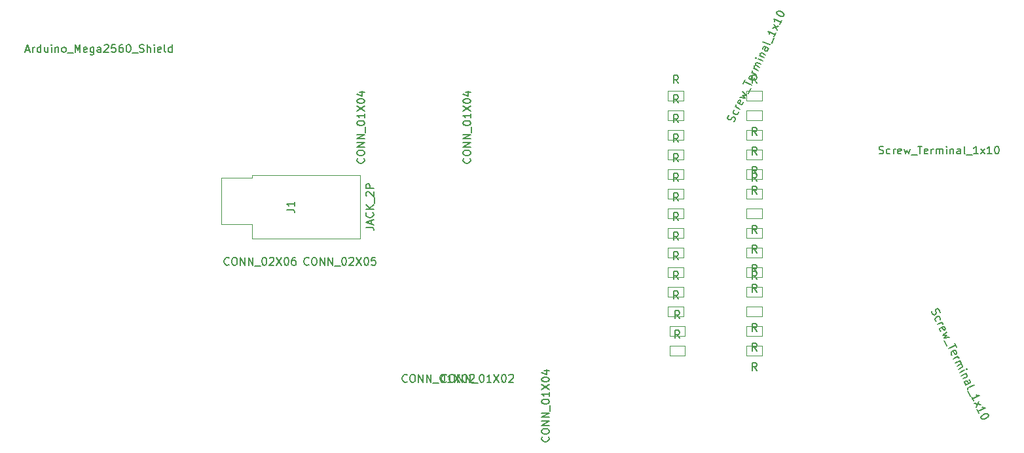
<source format=gbr>
G04 #@! TF.GenerationSoftware,KiCad,Pcbnew,5.0.0-rc2*
G04 #@! TF.CreationDate,2018-11-23T00:10:12-05:00*
G04 #@! TF.ProjectId,ZMHW_Map,5A4D48575F4D61702E6B696361645F70,rev?*
G04 #@! TF.SameCoordinates,Original*
G04 #@! TF.FileFunction,Other,Fab,Top*
%FSLAX46Y46*%
G04 Gerber Fmt 4.6, Leading zero omitted, Abs format (unit mm)*
G04 Created by KiCad (PCBNEW 5.0.0-rc2) date Fri Nov 23 00:10:12 2018*
%MOMM*%
%LPD*%
G01*
G04 APERTURE LIST*
%ADD10C,0.100000*%
%ADD11C,0.150000*%
G04 APERTURE END LIST*
D10*
G04 #@! TO.C,R1*
X208264000Y-34427000D02*
X208264000Y-35677000D01*
X206264000Y-34427000D02*
X208264000Y-34427000D01*
X206264000Y-35677000D02*
X206264000Y-34427000D01*
X208264000Y-35677000D02*
X206264000Y-35677000D01*
G04 #@! TO.C,R2*
X218424000Y-35677000D02*
X216424000Y-35677000D01*
X216424000Y-35677000D02*
X216424000Y-34427000D01*
X216424000Y-34427000D02*
X218424000Y-34427000D01*
X218424000Y-34427000D02*
X218424000Y-35677000D01*
G04 #@! TO.C,R3*
X208264000Y-36967000D02*
X208264000Y-38217000D01*
X206264000Y-36967000D02*
X208264000Y-36967000D01*
X206264000Y-38217000D02*
X206264000Y-36967000D01*
X208264000Y-38217000D02*
X206264000Y-38217000D01*
G04 #@! TO.C,R4*
X216424000Y-36967000D02*
X218424000Y-36967000D01*
X218424000Y-36967000D02*
X218424000Y-38217000D01*
X218424000Y-38217000D02*
X216424000Y-38217000D01*
X216424000Y-38217000D02*
X216424000Y-36967000D01*
G04 #@! TO.C,R5*
X208264000Y-39507000D02*
X208264000Y-40757000D01*
X206264000Y-39507000D02*
X208264000Y-39507000D01*
X206264000Y-40757000D02*
X206264000Y-39507000D01*
X208264000Y-40757000D02*
X206264000Y-40757000D01*
G04 #@! TO.C,R6*
X216424000Y-39507000D02*
X218424000Y-39507000D01*
X218424000Y-39507000D02*
X218424000Y-40757000D01*
X218424000Y-40757000D02*
X216424000Y-40757000D01*
X216424000Y-40757000D02*
X216424000Y-39507000D01*
G04 #@! TO.C,R7*
X208264000Y-42047000D02*
X208264000Y-43297000D01*
X206264000Y-42047000D02*
X208264000Y-42047000D01*
X206264000Y-43297000D02*
X206264000Y-42047000D01*
X208264000Y-43297000D02*
X206264000Y-43297000D01*
G04 #@! TO.C,R8*
X216424000Y-42047000D02*
X218424000Y-42047000D01*
X218424000Y-42047000D02*
X218424000Y-43297000D01*
X218424000Y-43297000D02*
X216424000Y-43297000D01*
X216424000Y-43297000D02*
X216424000Y-42047000D01*
G04 #@! TO.C,R9*
X208264000Y-44587000D02*
X208264000Y-45837000D01*
X206264000Y-44587000D02*
X208264000Y-44587000D01*
X206264000Y-45837000D02*
X206264000Y-44587000D01*
X208264000Y-45837000D02*
X206264000Y-45837000D01*
G04 #@! TO.C,R10*
X216424000Y-45837000D02*
X216424000Y-44587000D01*
X218424000Y-45837000D02*
X216424000Y-45837000D01*
X218424000Y-44587000D02*
X218424000Y-45837000D01*
X216424000Y-44587000D02*
X218424000Y-44587000D01*
G04 #@! TO.C,R11*
X208264000Y-47127000D02*
X208264000Y-48377000D01*
X206264000Y-47127000D02*
X208264000Y-47127000D01*
X206264000Y-48377000D02*
X206264000Y-47127000D01*
X208264000Y-48377000D02*
X206264000Y-48377000D01*
G04 #@! TO.C,R12*
X218424000Y-48377000D02*
X216424000Y-48377000D01*
X216424000Y-48377000D02*
X216424000Y-47127000D01*
X216424000Y-47127000D02*
X218424000Y-47127000D01*
X218424000Y-47127000D02*
X218424000Y-48377000D01*
G04 #@! TO.C,R13*
X208264000Y-49667000D02*
X208264000Y-50917000D01*
X206264000Y-49667000D02*
X208264000Y-49667000D01*
X206264000Y-50917000D02*
X206264000Y-49667000D01*
X208264000Y-50917000D02*
X206264000Y-50917000D01*
G04 #@! TO.C,R14*
X216424000Y-49667000D02*
X218424000Y-49667000D01*
X218424000Y-49667000D02*
X218424000Y-50917000D01*
X218424000Y-50917000D02*
X216424000Y-50917000D01*
X216424000Y-50917000D02*
X216424000Y-49667000D01*
G04 #@! TO.C,R15*
X208264000Y-52207000D02*
X208264000Y-53457000D01*
X206264000Y-52207000D02*
X208264000Y-52207000D01*
X206264000Y-53457000D02*
X206264000Y-52207000D01*
X208264000Y-53457000D02*
X206264000Y-53457000D01*
G04 #@! TO.C,R16*
X216424000Y-52207000D02*
X218424000Y-52207000D01*
X218424000Y-52207000D02*
X218424000Y-53457000D01*
X218424000Y-53457000D02*
X216424000Y-53457000D01*
X216424000Y-53457000D02*
X216424000Y-52207000D01*
G04 #@! TO.C,R17*
X208264000Y-54747000D02*
X208264000Y-55997000D01*
X206264000Y-54747000D02*
X208264000Y-54747000D01*
X206264000Y-55997000D02*
X206264000Y-54747000D01*
X208264000Y-55997000D02*
X206264000Y-55997000D01*
G04 #@! TO.C,R18*
X216424000Y-54747000D02*
X218424000Y-54747000D01*
X218424000Y-54747000D02*
X218424000Y-55997000D01*
X218424000Y-55997000D02*
X216424000Y-55997000D01*
X216424000Y-55997000D02*
X216424000Y-54747000D01*
G04 #@! TO.C,R19*
X208264000Y-57287000D02*
X208264000Y-58537000D01*
X206264000Y-57287000D02*
X208264000Y-57287000D01*
X206264000Y-58537000D02*
X206264000Y-57287000D01*
X208264000Y-58537000D02*
X206264000Y-58537000D01*
G04 #@! TO.C,R20*
X216424000Y-57287000D02*
X218424000Y-57287000D01*
X218424000Y-57287000D02*
X218424000Y-58537000D01*
X218424000Y-58537000D02*
X216424000Y-58537000D01*
X216424000Y-58537000D02*
X216424000Y-57287000D01*
G04 #@! TO.C,R21*
X208264000Y-61077000D02*
X206264000Y-61077000D01*
X206264000Y-61077000D02*
X206264000Y-59827000D01*
X206264000Y-59827000D02*
X208264000Y-59827000D01*
X208264000Y-59827000D02*
X208264000Y-61077000D01*
G04 #@! TO.C,R22*
X218424000Y-59827000D02*
X218424000Y-61077000D01*
X216424000Y-59827000D02*
X218424000Y-59827000D01*
X216424000Y-61077000D02*
X216424000Y-59827000D01*
X218424000Y-61077000D02*
X216424000Y-61077000D01*
G04 #@! TO.C,R23*
X208264000Y-63617000D02*
X206264000Y-63617000D01*
X206264000Y-63617000D02*
X206264000Y-62367000D01*
X206264000Y-62367000D02*
X208264000Y-62367000D01*
X208264000Y-62367000D02*
X208264000Y-63617000D01*
G04 #@! TO.C,R24*
X216424000Y-63617000D02*
X216424000Y-62367000D01*
X218424000Y-63617000D02*
X216424000Y-63617000D01*
X218424000Y-62367000D02*
X218424000Y-63617000D01*
X216424000Y-62367000D02*
X218424000Y-62367000D01*
G04 #@! TO.C,R25*
X208438000Y-66157000D02*
X206438000Y-66157000D01*
X206438000Y-66157000D02*
X206438000Y-64907000D01*
X206438000Y-64907000D02*
X208438000Y-64907000D01*
X208438000Y-64907000D02*
X208438000Y-66157000D01*
G04 #@! TO.C,R26*
X216424000Y-64907000D02*
X218424000Y-64907000D01*
X218424000Y-64907000D02*
X218424000Y-66157000D01*
X218424000Y-66157000D02*
X216424000Y-66157000D01*
X216424000Y-66157000D02*
X216424000Y-64907000D01*
G04 #@! TO.C,R27*
X208438000Y-67447000D02*
X208438000Y-68697000D01*
X206438000Y-67447000D02*
X208438000Y-67447000D01*
X206438000Y-68697000D02*
X206438000Y-67447000D01*
X208438000Y-68697000D02*
X206438000Y-68697000D01*
G04 #@! TO.C,R28*
X216424000Y-67447000D02*
X218424000Y-67447000D01*
X218424000Y-67447000D02*
X218424000Y-68697000D01*
X218424000Y-68697000D02*
X216424000Y-68697000D01*
X216424000Y-68697000D02*
X216424000Y-67447000D01*
G04 #@! TO.C,J1*
X148470000Y-51630000D02*
X148470000Y-45630000D01*
X148470000Y-45630000D02*
X152470000Y-45630000D01*
X152470000Y-45630000D02*
X152470000Y-45330000D01*
X152470000Y-45330000D02*
X166470000Y-45330000D01*
X166470000Y-45330000D02*
X166470000Y-53530000D01*
X166470000Y-53530000D02*
X152470000Y-53530000D01*
X152470000Y-53530000D02*
X152470000Y-51630000D01*
X152470000Y-51630000D02*
X148470000Y-51630000D01*
G04 #@! TD*
G04 #@! TO.C,P7*
D11*
X149474190Y-56878642D02*
X149426571Y-56926261D01*
X149283714Y-56973880D01*
X149188476Y-56973880D01*
X149045619Y-56926261D01*
X148950380Y-56831023D01*
X148902761Y-56735785D01*
X148855142Y-56545309D01*
X148855142Y-56402452D01*
X148902761Y-56211976D01*
X148950380Y-56116738D01*
X149045619Y-56021500D01*
X149188476Y-55973880D01*
X149283714Y-55973880D01*
X149426571Y-56021500D01*
X149474190Y-56069119D01*
X150093238Y-55973880D02*
X150283714Y-55973880D01*
X150378952Y-56021500D01*
X150474190Y-56116738D01*
X150521809Y-56307214D01*
X150521809Y-56640547D01*
X150474190Y-56831023D01*
X150378952Y-56926261D01*
X150283714Y-56973880D01*
X150093238Y-56973880D01*
X149997999Y-56926261D01*
X149902761Y-56831023D01*
X149855142Y-56640547D01*
X149855142Y-56307214D01*
X149902761Y-56116738D01*
X149997999Y-56021500D01*
X150093238Y-55973880D01*
X150950380Y-56973880D02*
X150950380Y-55973880D01*
X151521809Y-56973880D01*
X151521809Y-55973880D01*
X151997999Y-56973880D02*
X151997999Y-55973880D01*
X152569428Y-56973880D01*
X152569428Y-55973880D01*
X152807523Y-57069119D02*
X153569428Y-57069119D01*
X153997999Y-55973880D02*
X154093238Y-55973880D01*
X154188476Y-56021500D01*
X154236095Y-56069119D01*
X154283714Y-56164357D01*
X154331333Y-56354833D01*
X154331333Y-56592928D01*
X154283714Y-56783404D01*
X154236095Y-56878642D01*
X154188476Y-56926261D01*
X154093238Y-56973880D01*
X153997999Y-56973880D01*
X153902761Y-56926261D01*
X153855142Y-56878642D01*
X153807523Y-56783404D01*
X153759904Y-56592928D01*
X153759904Y-56354833D01*
X153807523Y-56164357D01*
X153855142Y-56069119D01*
X153902761Y-56021500D01*
X153997999Y-55973880D01*
X154712285Y-56069119D02*
X154759904Y-56021500D01*
X154855142Y-55973880D01*
X155093238Y-55973880D01*
X155188476Y-56021500D01*
X155236095Y-56069119D01*
X155283714Y-56164357D01*
X155283714Y-56259595D01*
X155236095Y-56402452D01*
X154664666Y-56973880D01*
X155283714Y-56973880D01*
X155617047Y-55973880D02*
X156283714Y-56973880D01*
X156283714Y-55973880D02*
X155617047Y-56973880D01*
X156855142Y-55973880D02*
X156950380Y-55973880D01*
X157045619Y-56021500D01*
X157093238Y-56069119D01*
X157140857Y-56164357D01*
X157188476Y-56354833D01*
X157188476Y-56592928D01*
X157140857Y-56783404D01*
X157093238Y-56878642D01*
X157045619Y-56926261D01*
X156950380Y-56973880D01*
X156855142Y-56973880D01*
X156759904Y-56926261D01*
X156712285Y-56878642D01*
X156664666Y-56783404D01*
X156617047Y-56592928D01*
X156617047Y-56354833D01*
X156664666Y-56164357D01*
X156712285Y-56069119D01*
X156759904Y-56021500D01*
X156855142Y-55973880D01*
X158045619Y-55973880D02*
X157855142Y-55973880D01*
X157759904Y-56021500D01*
X157712285Y-56069119D01*
X157617047Y-56211976D01*
X157569428Y-56402452D01*
X157569428Y-56783404D01*
X157617047Y-56878642D01*
X157664666Y-56926261D01*
X157759904Y-56973880D01*
X157950380Y-56973880D01*
X158045619Y-56926261D01*
X158093238Y-56878642D01*
X158140857Y-56783404D01*
X158140857Y-56545309D01*
X158093238Y-56450071D01*
X158045619Y-56402452D01*
X157950380Y-56354833D01*
X157759904Y-56354833D01*
X157664666Y-56402452D01*
X157617047Y-56450071D01*
X157569428Y-56545309D01*
G04 #@! TO.C,XA1*
X123186809Y-29118166D02*
X123662999Y-29118166D01*
X123091571Y-29403880D02*
X123424904Y-28403880D01*
X123758238Y-29403880D01*
X124091571Y-29403880D02*
X124091571Y-28737214D01*
X124091571Y-28927690D02*
X124139190Y-28832452D01*
X124186809Y-28784833D01*
X124282047Y-28737214D01*
X124377285Y-28737214D01*
X125139190Y-29403880D02*
X125139190Y-28403880D01*
X125139190Y-29356261D02*
X125043952Y-29403880D01*
X124853476Y-29403880D01*
X124758238Y-29356261D01*
X124710619Y-29308642D01*
X124662999Y-29213404D01*
X124662999Y-28927690D01*
X124710619Y-28832452D01*
X124758238Y-28784833D01*
X124853476Y-28737214D01*
X125043952Y-28737214D01*
X125139190Y-28784833D01*
X126043952Y-28737214D02*
X126043952Y-29403880D01*
X125615380Y-28737214D02*
X125615380Y-29261023D01*
X125662999Y-29356261D01*
X125758238Y-29403880D01*
X125901095Y-29403880D01*
X125996333Y-29356261D01*
X126043952Y-29308642D01*
X126520142Y-29403880D02*
X126520142Y-28737214D01*
X126520142Y-28403880D02*
X126472523Y-28451500D01*
X126520142Y-28499119D01*
X126567761Y-28451500D01*
X126520142Y-28403880D01*
X126520142Y-28499119D01*
X126996333Y-28737214D02*
X126996333Y-29403880D01*
X126996333Y-28832452D02*
X127043952Y-28784833D01*
X127139190Y-28737214D01*
X127282047Y-28737214D01*
X127377285Y-28784833D01*
X127424904Y-28880071D01*
X127424904Y-29403880D01*
X128043952Y-29403880D02*
X127948714Y-29356261D01*
X127901095Y-29308642D01*
X127853476Y-29213404D01*
X127853476Y-28927690D01*
X127901095Y-28832452D01*
X127948714Y-28784833D01*
X128043952Y-28737214D01*
X128186809Y-28737214D01*
X128282047Y-28784833D01*
X128329666Y-28832452D01*
X128377285Y-28927690D01*
X128377285Y-29213404D01*
X128329666Y-29308642D01*
X128282047Y-29356261D01*
X128186809Y-29403880D01*
X128043952Y-29403880D01*
X128567761Y-29499119D02*
X129329666Y-29499119D01*
X129567761Y-29403880D02*
X129567761Y-28403880D01*
X129901095Y-29118166D01*
X130234428Y-28403880D01*
X130234428Y-29403880D01*
X131091571Y-29356261D02*
X130996333Y-29403880D01*
X130805857Y-29403880D01*
X130710619Y-29356261D01*
X130662999Y-29261023D01*
X130662999Y-28880071D01*
X130710619Y-28784833D01*
X130805857Y-28737214D01*
X130996333Y-28737214D01*
X131091571Y-28784833D01*
X131139190Y-28880071D01*
X131139190Y-28975309D01*
X130662999Y-29070547D01*
X131996333Y-28737214D02*
X131996333Y-29546738D01*
X131948714Y-29641976D01*
X131901095Y-29689595D01*
X131805857Y-29737214D01*
X131662999Y-29737214D01*
X131567761Y-29689595D01*
X131996333Y-29356261D02*
X131901095Y-29403880D01*
X131710619Y-29403880D01*
X131615380Y-29356261D01*
X131567761Y-29308642D01*
X131520142Y-29213404D01*
X131520142Y-28927690D01*
X131567761Y-28832452D01*
X131615380Y-28784833D01*
X131710619Y-28737214D01*
X131901095Y-28737214D01*
X131996333Y-28784833D01*
X132901095Y-29403880D02*
X132901095Y-28880071D01*
X132853476Y-28784833D01*
X132758238Y-28737214D01*
X132567761Y-28737214D01*
X132472523Y-28784833D01*
X132901095Y-29356261D02*
X132805857Y-29403880D01*
X132567761Y-29403880D01*
X132472523Y-29356261D01*
X132424904Y-29261023D01*
X132424904Y-29165785D01*
X132472523Y-29070547D01*
X132567761Y-29022928D01*
X132805857Y-29022928D01*
X132901095Y-28975309D01*
X133329666Y-28499119D02*
X133377285Y-28451500D01*
X133472523Y-28403880D01*
X133710619Y-28403880D01*
X133805857Y-28451500D01*
X133853476Y-28499119D01*
X133901095Y-28594357D01*
X133901095Y-28689595D01*
X133853476Y-28832452D01*
X133282047Y-29403880D01*
X133901095Y-29403880D01*
X134805857Y-28403880D02*
X134329666Y-28403880D01*
X134282047Y-28880071D01*
X134329666Y-28832452D01*
X134424904Y-28784833D01*
X134662999Y-28784833D01*
X134758238Y-28832452D01*
X134805857Y-28880071D01*
X134853476Y-28975309D01*
X134853476Y-29213404D01*
X134805857Y-29308642D01*
X134758238Y-29356261D01*
X134662999Y-29403880D01*
X134424904Y-29403880D01*
X134329666Y-29356261D01*
X134282047Y-29308642D01*
X135710619Y-28403880D02*
X135520142Y-28403880D01*
X135424904Y-28451500D01*
X135377285Y-28499119D01*
X135282047Y-28641976D01*
X135234428Y-28832452D01*
X135234428Y-29213404D01*
X135282047Y-29308642D01*
X135329666Y-29356261D01*
X135424904Y-29403880D01*
X135615380Y-29403880D01*
X135710619Y-29356261D01*
X135758238Y-29308642D01*
X135805857Y-29213404D01*
X135805857Y-28975309D01*
X135758238Y-28880071D01*
X135710619Y-28832452D01*
X135615380Y-28784833D01*
X135424904Y-28784833D01*
X135329666Y-28832452D01*
X135282047Y-28880071D01*
X135234428Y-28975309D01*
X136424904Y-28403880D02*
X136520142Y-28403880D01*
X136615380Y-28451500D01*
X136662999Y-28499119D01*
X136710619Y-28594357D01*
X136758238Y-28784833D01*
X136758238Y-29022928D01*
X136710619Y-29213404D01*
X136662999Y-29308642D01*
X136615380Y-29356261D01*
X136520142Y-29403880D01*
X136424904Y-29403880D01*
X136329666Y-29356261D01*
X136282047Y-29308642D01*
X136234428Y-29213404D01*
X136186809Y-29022928D01*
X136186809Y-28784833D01*
X136234428Y-28594357D01*
X136282047Y-28499119D01*
X136329666Y-28451500D01*
X136424904Y-28403880D01*
X136948714Y-29499119D02*
X137710619Y-29499119D01*
X137901095Y-29356261D02*
X138043952Y-29403880D01*
X138282047Y-29403880D01*
X138377285Y-29356261D01*
X138424904Y-29308642D01*
X138472523Y-29213404D01*
X138472523Y-29118166D01*
X138424904Y-29022928D01*
X138377285Y-28975309D01*
X138282047Y-28927690D01*
X138091571Y-28880071D01*
X137996333Y-28832452D01*
X137948714Y-28784833D01*
X137901095Y-28689595D01*
X137901095Y-28594357D01*
X137948714Y-28499119D01*
X137996333Y-28451500D01*
X138091571Y-28403880D01*
X138329666Y-28403880D01*
X138472523Y-28451500D01*
X138901095Y-29403880D02*
X138901095Y-28403880D01*
X139329666Y-29403880D02*
X139329666Y-28880071D01*
X139282047Y-28784833D01*
X139186809Y-28737214D01*
X139043952Y-28737214D01*
X138948714Y-28784833D01*
X138901095Y-28832452D01*
X139805857Y-29403880D02*
X139805857Y-28737214D01*
X139805857Y-28403880D02*
X139758238Y-28451500D01*
X139805857Y-28499119D01*
X139853476Y-28451500D01*
X139805857Y-28403880D01*
X139805857Y-28499119D01*
X140662999Y-29356261D02*
X140567761Y-29403880D01*
X140377285Y-29403880D01*
X140282047Y-29356261D01*
X140234428Y-29261023D01*
X140234428Y-28880071D01*
X140282047Y-28784833D01*
X140377285Y-28737214D01*
X140567761Y-28737214D01*
X140662999Y-28784833D01*
X140710619Y-28880071D01*
X140710619Y-28975309D01*
X140234428Y-29070547D01*
X141282047Y-29403880D02*
X141186809Y-29356261D01*
X141139190Y-29261023D01*
X141139190Y-28403880D01*
X142091571Y-29403880D02*
X142091571Y-28403880D01*
X142091571Y-29356261D02*
X141996333Y-29403880D01*
X141805857Y-29403880D01*
X141710619Y-29356261D01*
X141662999Y-29308642D01*
X141615380Y-29213404D01*
X141615380Y-28927690D01*
X141662999Y-28832452D01*
X141710619Y-28784833D01*
X141805857Y-28737214D01*
X141996333Y-28737214D01*
X142091571Y-28784833D01*
G04 #@! TO.C,J2*
X214748962Y-38407617D02*
X214852493Y-38298269D01*
X214953117Y-38082482D01*
X214950208Y-37976042D01*
X214927176Y-37912760D01*
X214860985Y-37829353D01*
X214774670Y-37789103D01*
X214668231Y-37792012D01*
X214604948Y-37815044D01*
X214521541Y-37881235D01*
X214397885Y-38033740D01*
X214314478Y-38099931D01*
X214251196Y-38122963D01*
X214144756Y-38125871D01*
X214058441Y-38085622D01*
X213992251Y-38002215D01*
X213969218Y-37938933D01*
X213966310Y-37832493D01*
X214066934Y-37616706D01*
X214170465Y-37507358D01*
X215352702Y-37112892D02*
X215355610Y-37219331D01*
X215275111Y-37391961D01*
X215191705Y-37458152D01*
X215128422Y-37481185D01*
X215021983Y-37484093D01*
X214763038Y-37363345D01*
X214696847Y-37279938D01*
X214673814Y-37216656D01*
X214670906Y-37110216D01*
X214751405Y-36937586D01*
X214834812Y-36871395D01*
X215576982Y-36744599D02*
X214972776Y-36462853D01*
X215145407Y-36543352D02*
X215079216Y-36459945D01*
X215056183Y-36396663D01*
X215053275Y-36290223D01*
X215093525Y-36203908D01*
X215956442Y-35818166D02*
X215959351Y-35924606D01*
X215878852Y-36097236D01*
X215795445Y-36163426D01*
X215689005Y-36166334D01*
X215343745Y-36005337D01*
X215277555Y-35921930D01*
X215274647Y-35815490D01*
X215355145Y-35642860D01*
X215438552Y-35576670D01*
X215544992Y-35573762D01*
X215631307Y-35614011D01*
X215516375Y-36085836D01*
X215556392Y-35211285D02*
X216241096Y-35320401D01*
X215890020Y-34946524D01*
X216402094Y-34975141D01*
X215878387Y-34520765D01*
X216629281Y-34713287D02*
X216951276Y-34022767D01*
X215998903Y-33473584D02*
X216240399Y-32955694D01*
X217025959Y-33637258D02*
X216119651Y-33214639D01*
X217405419Y-32710825D02*
X217408327Y-32817265D01*
X217327829Y-32989895D01*
X217244422Y-33056085D01*
X217137982Y-33058993D01*
X216792722Y-32897996D01*
X216726532Y-32814589D01*
X216723624Y-32708149D01*
X216804122Y-32535519D01*
X216887529Y-32469329D01*
X216993969Y-32466421D01*
X217080284Y-32506670D01*
X216965352Y-32978495D01*
X217649824Y-32299375D02*
X217045618Y-32017629D01*
X217218248Y-32098128D02*
X217152058Y-32014721D01*
X217129025Y-31951439D01*
X217126117Y-31844999D01*
X217166367Y-31758684D01*
X217911444Y-31738327D02*
X217307239Y-31456582D01*
X217393554Y-31496831D02*
X217370521Y-31433549D01*
X217367613Y-31327109D01*
X217427987Y-31197636D01*
X217511394Y-31131446D01*
X217617834Y-31128538D01*
X218092567Y-31349909D01*
X217617834Y-31128538D02*
X217551644Y-31045131D01*
X217548735Y-30938691D01*
X217609109Y-30809219D01*
X217692516Y-30743029D01*
X217798956Y-30740120D01*
X218273689Y-30961492D01*
X218474935Y-30529917D02*
X217870730Y-30248171D01*
X217568628Y-30107298D02*
X217591661Y-30170581D01*
X217654943Y-30147548D01*
X217631910Y-30084266D01*
X217568628Y-30107298D01*
X217654943Y-30147548D01*
X218071977Y-29816596D02*
X218676182Y-30098342D01*
X218158292Y-29856845D02*
X218135259Y-29793563D01*
X218132351Y-29687123D01*
X218192725Y-29557651D01*
X218276132Y-29491461D01*
X218382572Y-29488552D01*
X218857304Y-29709924D01*
X219239673Y-28889931D02*
X218764941Y-28668560D01*
X218658501Y-28671468D01*
X218575094Y-28737658D01*
X218494595Y-28910288D01*
X218497503Y-29016728D01*
X219196516Y-28869806D02*
X219199424Y-28976246D01*
X219098801Y-29192034D01*
X219015394Y-29258224D01*
X218908954Y-29261132D01*
X218822639Y-29220883D01*
X218756449Y-29137476D01*
X218753540Y-29031036D01*
X218854164Y-28815249D01*
X218851256Y-28708809D01*
X219501294Y-28328883D02*
X219417887Y-28395074D01*
X219311448Y-28397982D01*
X218534612Y-28035738D01*
X219647983Y-28239660D02*
X219969978Y-27549140D01*
X220205658Y-26818371D02*
X219964162Y-27336261D01*
X220084910Y-27077316D02*
X219178602Y-26654697D01*
X219267825Y-26801386D01*
X219313891Y-26927951D01*
X219316799Y-27034390D01*
X220346531Y-26516268D02*
X219963697Y-25759790D01*
X219742325Y-26234522D02*
X220567902Y-26041535D01*
X220950271Y-25221542D02*
X220708775Y-25739433D01*
X220829523Y-25480488D02*
X219923215Y-25057869D01*
X220012438Y-25204558D01*
X220058504Y-25331123D01*
X220061412Y-25437562D01*
X220305584Y-24237877D02*
X220345833Y-24151562D01*
X220429240Y-24085371D01*
X220492522Y-24062338D01*
X220598962Y-24059430D01*
X220791717Y-24096771D01*
X221007504Y-24197395D01*
X221160010Y-24321051D01*
X221226200Y-24404458D01*
X221249233Y-24467740D01*
X221252141Y-24574180D01*
X221211892Y-24660495D01*
X221128485Y-24726685D01*
X221065203Y-24749718D01*
X220958763Y-24752626D01*
X220766008Y-24715285D01*
X220550221Y-24614662D01*
X220397715Y-24491005D01*
X220331525Y-24407598D01*
X220308492Y-24344316D01*
X220305584Y-24237877D01*
G04 #@! TO.C,J3*
X233538095Y-42516761D02*
X233680952Y-42564380D01*
X233919047Y-42564380D01*
X234014285Y-42516761D01*
X234061904Y-42469142D01*
X234109523Y-42373904D01*
X234109523Y-42278666D01*
X234061904Y-42183428D01*
X234014285Y-42135809D01*
X233919047Y-42088190D01*
X233728571Y-42040571D01*
X233633333Y-41992952D01*
X233585714Y-41945333D01*
X233538095Y-41850095D01*
X233538095Y-41754857D01*
X233585714Y-41659619D01*
X233633333Y-41612000D01*
X233728571Y-41564380D01*
X233966666Y-41564380D01*
X234109523Y-41612000D01*
X234966666Y-42516761D02*
X234871428Y-42564380D01*
X234680952Y-42564380D01*
X234585714Y-42516761D01*
X234538095Y-42469142D01*
X234490476Y-42373904D01*
X234490476Y-42088190D01*
X234538095Y-41992952D01*
X234585714Y-41945333D01*
X234680952Y-41897714D01*
X234871428Y-41897714D01*
X234966666Y-41945333D01*
X235395238Y-42564380D02*
X235395238Y-41897714D01*
X235395238Y-42088190D02*
X235442857Y-41992952D01*
X235490476Y-41945333D01*
X235585714Y-41897714D01*
X235680952Y-41897714D01*
X236395238Y-42516761D02*
X236299999Y-42564380D01*
X236109523Y-42564380D01*
X236014285Y-42516761D01*
X235966666Y-42421523D01*
X235966666Y-42040571D01*
X236014285Y-41945333D01*
X236109523Y-41897714D01*
X236299999Y-41897714D01*
X236395238Y-41945333D01*
X236442857Y-42040571D01*
X236442857Y-42135809D01*
X235966666Y-42231047D01*
X236776190Y-41897714D02*
X236966666Y-42564380D01*
X237157142Y-42088190D01*
X237347619Y-42564380D01*
X237538095Y-41897714D01*
X237680952Y-42659619D02*
X238442857Y-42659619D01*
X238538095Y-41564380D02*
X239109523Y-41564380D01*
X238823809Y-42564380D02*
X238823809Y-41564380D01*
X239823809Y-42516761D02*
X239728571Y-42564380D01*
X239538095Y-42564380D01*
X239442857Y-42516761D01*
X239395238Y-42421523D01*
X239395238Y-42040571D01*
X239442857Y-41945333D01*
X239538095Y-41897714D01*
X239728571Y-41897714D01*
X239823809Y-41945333D01*
X239871428Y-42040571D01*
X239871428Y-42135809D01*
X239395238Y-42231047D01*
X240299999Y-42564380D02*
X240299999Y-41897714D01*
X240299999Y-42088190D02*
X240347619Y-41992952D01*
X240395238Y-41945333D01*
X240490476Y-41897714D01*
X240585714Y-41897714D01*
X240919047Y-42564380D02*
X240919047Y-41897714D01*
X240919047Y-41992952D02*
X240966666Y-41945333D01*
X241061904Y-41897714D01*
X241204761Y-41897714D01*
X241299999Y-41945333D01*
X241347619Y-42040571D01*
X241347619Y-42564380D01*
X241347619Y-42040571D02*
X241395238Y-41945333D01*
X241490476Y-41897714D01*
X241633333Y-41897714D01*
X241728571Y-41945333D01*
X241776190Y-42040571D01*
X241776190Y-42564380D01*
X242252380Y-42564380D02*
X242252380Y-41897714D01*
X242252380Y-41564380D02*
X242204761Y-41612000D01*
X242252380Y-41659619D01*
X242299999Y-41612000D01*
X242252380Y-41564380D01*
X242252380Y-41659619D01*
X242728571Y-41897714D02*
X242728571Y-42564380D01*
X242728571Y-41992952D02*
X242776190Y-41945333D01*
X242871428Y-41897714D01*
X243014285Y-41897714D01*
X243109523Y-41945333D01*
X243157142Y-42040571D01*
X243157142Y-42564380D01*
X244061904Y-42564380D02*
X244061904Y-42040571D01*
X244014285Y-41945333D01*
X243919047Y-41897714D01*
X243728571Y-41897714D01*
X243633333Y-41945333D01*
X244061904Y-42516761D02*
X243966666Y-42564380D01*
X243728571Y-42564380D01*
X243633333Y-42516761D01*
X243585714Y-42421523D01*
X243585714Y-42326285D01*
X243633333Y-42231047D01*
X243728571Y-42183428D01*
X243966666Y-42183428D01*
X244061904Y-42135809D01*
X244680952Y-42564380D02*
X244585714Y-42516761D01*
X244538095Y-42421523D01*
X244538095Y-41564380D01*
X244823809Y-42659619D02*
X245585714Y-42659619D01*
X246347619Y-42564380D02*
X245776190Y-42564380D01*
X246061904Y-42564380D02*
X246061904Y-41564380D01*
X245966666Y-41707238D01*
X245871428Y-41802476D01*
X245776190Y-41850095D01*
X246680952Y-42564380D02*
X247204761Y-41897714D01*
X246680952Y-41897714D02*
X247204761Y-42564380D01*
X248109523Y-42564380D02*
X247538095Y-42564380D01*
X247823809Y-42564380D02*
X247823809Y-41564380D01*
X247728571Y-41707238D01*
X247633333Y-41802476D01*
X247538095Y-41850095D01*
X248728571Y-41564380D02*
X248823809Y-41564380D01*
X248919047Y-41612000D01*
X248966666Y-41659619D01*
X249014285Y-41754857D01*
X249061904Y-41945333D01*
X249061904Y-42183428D01*
X249014285Y-42373904D01*
X248966666Y-42469142D01*
X248919047Y-42516761D01*
X248823809Y-42564380D01*
X248728571Y-42564380D01*
X248633333Y-42516761D01*
X248585714Y-42469142D01*
X248538095Y-42373904D01*
X248490476Y-42183428D01*
X248490476Y-41945333D01*
X248538095Y-41754857D01*
X248585714Y-41659619D01*
X248633333Y-41612000D01*
X248728571Y-41564380D01*
G04 #@! TO.C,J4*
X240352392Y-62937168D02*
X240369608Y-63086765D01*
X240470232Y-63302552D01*
X240553639Y-63368743D01*
X240616921Y-63391776D01*
X240723361Y-63394684D01*
X240809676Y-63354434D01*
X240875866Y-63271027D01*
X240898899Y-63207745D01*
X240901807Y-63101306D01*
X240864466Y-62908551D01*
X240867374Y-62802111D01*
X240890407Y-62738829D01*
X240956597Y-62655422D01*
X241042912Y-62615173D01*
X241149352Y-62618081D01*
X241212634Y-62641114D01*
X241296041Y-62707304D01*
X241396664Y-62923092D01*
X241413881Y-63072689D01*
X240956132Y-64231893D02*
X240872725Y-64165703D01*
X240792227Y-63993073D01*
X240795135Y-63886633D01*
X240818168Y-63823351D01*
X240884358Y-63739944D01*
X241143303Y-63619196D01*
X241249743Y-63622104D01*
X241313025Y-63645137D01*
X241396432Y-63711327D01*
X241476931Y-63883957D01*
X241474022Y-63990397D01*
X241094097Y-64640435D02*
X241698302Y-64358690D01*
X241525672Y-64439188D02*
X241632112Y-64442097D01*
X241695394Y-64465129D01*
X241778801Y-64531320D01*
X241819050Y-64617635D01*
X241559873Y-65526618D02*
X241476466Y-65460428D01*
X241395967Y-65287798D01*
X241398875Y-65181358D01*
X241465066Y-65097951D01*
X241810326Y-64936954D01*
X241916765Y-64939862D01*
X242000172Y-65006052D01*
X242080671Y-65178683D01*
X242077763Y-65285122D01*
X242011572Y-65368529D01*
X241925257Y-65408778D01*
X241637696Y-65017453D01*
X242281918Y-65610258D02*
X241758211Y-66064633D01*
X242270285Y-66036016D01*
X241919209Y-66409893D01*
X242603913Y-66300778D01*
X241973766Y-66752245D02*
X242295761Y-67442765D01*
X243328634Y-67066213D02*
X243570130Y-67584103D01*
X242543074Y-67747776D02*
X243449382Y-67325158D01*
X243008850Y-68633959D02*
X242925443Y-68567769D01*
X242844944Y-68395139D01*
X242847852Y-68288699D01*
X242914042Y-68205292D01*
X243259303Y-68044295D01*
X243365742Y-68047203D01*
X243449149Y-68113393D01*
X243529648Y-68286023D01*
X243526740Y-68392463D01*
X243460549Y-68475870D01*
X243374234Y-68516119D01*
X243086673Y-68124794D01*
X243166939Y-69085659D02*
X243771144Y-68803914D01*
X243598514Y-68884412D02*
X243704954Y-68887321D01*
X243768236Y-68910353D01*
X243851643Y-68976544D01*
X243891892Y-69062859D01*
X243428560Y-69646707D02*
X244032765Y-69364961D01*
X243946450Y-69405211D02*
X244009732Y-69428244D01*
X244093139Y-69494434D01*
X244153513Y-69623906D01*
X244150605Y-69730346D01*
X244084414Y-69813753D01*
X243609682Y-70035124D01*
X244084414Y-69813753D02*
X244190854Y-69816661D01*
X244274261Y-69882851D01*
X244334635Y-70012324D01*
X244331727Y-70118764D01*
X244265537Y-70202171D01*
X243790804Y-70423542D01*
X243992051Y-70855117D02*
X244596256Y-70573372D01*
X244898358Y-70432499D02*
X244835076Y-70409466D01*
X244812043Y-70472748D01*
X244875326Y-70495781D01*
X244898358Y-70432499D01*
X244812043Y-70472748D01*
X244797503Y-71004947D02*
X244193297Y-71286692D01*
X244711188Y-71045196D02*
X244774470Y-71068229D01*
X244857877Y-71134419D01*
X244918251Y-71263892D01*
X244915343Y-71370332D01*
X244849152Y-71453739D01*
X244374420Y-71675110D01*
X244756789Y-72495103D02*
X245231521Y-72273731D01*
X245297712Y-72190324D01*
X245300620Y-72083885D01*
X245220121Y-71911255D01*
X245136714Y-71845064D01*
X244799946Y-72474978D02*
X244716539Y-72408788D01*
X244615916Y-72193000D01*
X244618824Y-72086560D01*
X244685014Y-72003154D01*
X244771329Y-71962904D01*
X244877769Y-71965812D01*
X244961176Y-72032003D01*
X245061799Y-72247790D01*
X245145206Y-72313981D01*
X245018409Y-73056150D02*
X245021317Y-72949711D01*
X245087508Y-72866304D01*
X245864343Y-72504060D01*
X244992468Y-73225872D02*
X245314463Y-73916393D01*
X245722773Y-74566663D02*
X245481277Y-74048773D01*
X245602025Y-74307718D02*
X246508333Y-73885100D01*
X246338611Y-73859159D01*
X246212047Y-73813093D01*
X246128640Y-73746903D01*
X245863646Y-74868766D02*
X246689223Y-75061753D01*
X246467851Y-74587020D02*
X246085017Y-75343499D01*
X246467386Y-76163491D02*
X246225890Y-75645601D01*
X246346638Y-75904546D02*
X247252946Y-75481928D01*
X247083224Y-75455987D01*
X246956660Y-75409921D01*
X246873253Y-75343731D01*
X247635315Y-76301921D02*
X247675564Y-76388236D01*
X247672656Y-76494676D01*
X247649623Y-76557958D01*
X247583433Y-76641365D01*
X247430927Y-76765021D01*
X247215140Y-76865644D01*
X247022385Y-76902985D01*
X246915945Y-76900077D01*
X246852663Y-76877044D01*
X246769256Y-76810854D01*
X246729007Y-76724539D01*
X246731915Y-76618099D01*
X246754948Y-76554817D01*
X246821138Y-76471410D01*
X246973644Y-76347754D01*
X247189431Y-76247131D01*
X247382186Y-76209789D01*
X247488626Y-76212698D01*
X247551908Y-76235730D01*
X247635315Y-76301921D01*
G04 #@! TO.C,P1*
X180645142Y-43139809D02*
X180692761Y-43187428D01*
X180740380Y-43330285D01*
X180740380Y-43425523D01*
X180692761Y-43568380D01*
X180597523Y-43663619D01*
X180502285Y-43711238D01*
X180311809Y-43758857D01*
X180168952Y-43758857D01*
X179978476Y-43711238D01*
X179883238Y-43663619D01*
X179787999Y-43568380D01*
X179740380Y-43425523D01*
X179740380Y-43330285D01*
X179787999Y-43187428D01*
X179835619Y-43139809D01*
X179740380Y-42520761D02*
X179740380Y-42330285D01*
X179787999Y-42235047D01*
X179883238Y-42139809D01*
X180073714Y-42092190D01*
X180407047Y-42092190D01*
X180597523Y-42139809D01*
X180692761Y-42235047D01*
X180740380Y-42330285D01*
X180740380Y-42520761D01*
X180692761Y-42616000D01*
X180597523Y-42711238D01*
X180407047Y-42758857D01*
X180073714Y-42758857D01*
X179883238Y-42711238D01*
X179787999Y-42616000D01*
X179740380Y-42520761D01*
X180740380Y-41663619D02*
X179740380Y-41663619D01*
X180740380Y-41092190D01*
X179740380Y-41092190D01*
X180740380Y-40616000D02*
X179740380Y-40616000D01*
X180740380Y-40044571D01*
X179740380Y-40044571D01*
X180835619Y-39806476D02*
X180835619Y-39044571D01*
X179740380Y-38616000D02*
X179740380Y-38520761D01*
X179788000Y-38425523D01*
X179835619Y-38377904D01*
X179930857Y-38330285D01*
X180121333Y-38282666D01*
X180359428Y-38282666D01*
X180549904Y-38330285D01*
X180645142Y-38377904D01*
X180692761Y-38425523D01*
X180740380Y-38520761D01*
X180740380Y-38616000D01*
X180692761Y-38711238D01*
X180645142Y-38758857D01*
X180549904Y-38806476D01*
X180359428Y-38854095D01*
X180121333Y-38854095D01*
X179930857Y-38806476D01*
X179835619Y-38758857D01*
X179788000Y-38711238D01*
X179740380Y-38616000D01*
X180740380Y-37330285D02*
X180740380Y-37901714D01*
X180740380Y-37616000D02*
X179740380Y-37616000D01*
X179883238Y-37711238D01*
X179978476Y-37806476D01*
X180026095Y-37901714D01*
X179740380Y-36996952D02*
X180740380Y-36330285D01*
X179740380Y-36330285D02*
X180740380Y-36996952D01*
X179740380Y-35758857D02*
X179740380Y-35663619D01*
X179788000Y-35568380D01*
X179835619Y-35520761D01*
X179930857Y-35473142D01*
X180121333Y-35425523D01*
X180359428Y-35425523D01*
X180549904Y-35473142D01*
X180645142Y-35520761D01*
X180692761Y-35568380D01*
X180740380Y-35663619D01*
X180740380Y-35758857D01*
X180692761Y-35854095D01*
X180645142Y-35901714D01*
X180549904Y-35949333D01*
X180359428Y-35996952D01*
X180121333Y-35996952D01*
X179930857Y-35949333D01*
X179835619Y-35901714D01*
X179788000Y-35854095D01*
X179740380Y-35758857D01*
X180073714Y-34568380D02*
X180740380Y-34568380D01*
X179692761Y-34806476D02*
X180407047Y-35044571D01*
X180407047Y-34425523D01*
G04 #@! TO.C,P2*
X190805142Y-79207809D02*
X190852761Y-79255428D01*
X190900380Y-79398285D01*
X190900380Y-79493523D01*
X190852761Y-79636380D01*
X190757523Y-79731619D01*
X190662285Y-79779238D01*
X190471809Y-79826857D01*
X190328952Y-79826857D01*
X190138476Y-79779238D01*
X190043238Y-79731619D01*
X189947999Y-79636380D01*
X189900380Y-79493523D01*
X189900380Y-79398285D01*
X189947999Y-79255428D01*
X189995619Y-79207809D01*
X189900380Y-78588761D02*
X189900380Y-78398285D01*
X189947999Y-78303047D01*
X190043238Y-78207809D01*
X190233714Y-78160190D01*
X190567047Y-78160190D01*
X190757523Y-78207809D01*
X190852761Y-78303047D01*
X190900380Y-78398285D01*
X190900380Y-78588761D01*
X190852761Y-78684000D01*
X190757523Y-78779238D01*
X190567047Y-78826857D01*
X190233714Y-78826857D01*
X190043238Y-78779238D01*
X189947999Y-78684000D01*
X189900380Y-78588761D01*
X190900380Y-77731619D02*
X189900380Y-77731619D01*
X190900380Y-77160190D01*
X189900380Y-77160190D01*
X190900380Y-76684000D02*
X189900380Y-76684000D01*
X190900380Y-76112571D01*
X189900380Y-76112571D01*
X190995619Y-75874476D02*
X190995619Y-75112571D01*
X189900380Y-74684000D02*
X189900380Y-74588761D01*
X189948000Y-74493523D01*
X189995619Y-74445904D01*
X190090857Y-74398285D01*
X190281333Y-74350666D01*
X190519428Y-74350666D01*
X190709904Y-74398285D01*
X190805142Y-74445904D01*
X190852761Y-74493523D01*
X190900380Y-74588761D01*
X190900380Y-74684000D01*
X190852761Y-74779238D01*
X190805142Y-74826857D01*
X190709904Y-74874476D01*
X190519428Y-74922095D01*
X190281333Y-74922095D01*
X190090857Y-74874476D01*
X189995619Y-74826857D01*
X189948000Y-74779238D01*
X189900380Y-74684000D01*
X190900380Y-73398285D02*
X190900380Y-73969714D01*
X190900380Y-73684000D02*
X189900380Y-73684000D01*
X190043238Y-73779238D01*
X190138476Y-73874476D01*
X190186095Y-73969714D01*
X189900380Y-73064952D02*
X190900380Y-72398285D01*
X189900380Y-72398285D02*
X190900380Y-73064952D01*
X189900380Y-71826857D02*
X189900380Y-71731619D01*
X189948000Y-71636380D01*
X189995619Y-71588761D01*
X190090857Y-71541142D01*
X190281333Y-71493523D01*
X190519428Y-71493523D01*
X190709904Y-71541142D01*
X190805142Y-71588761D01*
X190852761Y-71636380D01*
X190900380Y-71731619D01*
X190900380Y-71826857D01*
X190852761Y-71922095D01*
X190805142Y-71969714D01*
X190709904Y-72017333D01*
X190519428Y-72064952D01*
X190281333Y-72064952D01*
X190090857Y-72017333D01*
X189995619Y-71969714D01*
X189948000Y-71922095D01*
X189900380Y-71826857D01*
X190233714Y-70636380D02*
X190900380Y-70636380D01*
X189852761Y-70874476D02*
X190567047Y-71112571D01*
X190567047Y-70493523D01*
G04 #@! TO.C,P3*
X166929142Y-43139809D02*
X166976761Y-43187428D01*
X167024380Y-43330285D01*
X167024380Y-43425523D01*
X166976761Y-43568380D01*
X166881523Y-43663619D01*
X166786285Y-43711238D01*
X166595809Y-43758857D01*
X166452952Y-43758857D01*
X166262476Y-43711238D01*
X166167238Y-43663619D01*
X166071999Y-43568380D01*
X166024380Y-43425523D01*
X166024380Y-43330285D01*
X166071999Y-43187428D01*
X166119619Y-43139809D01*
X166024380Y-42520761D02*
X166024380Y-42330285D01*
X166071999Y-42235047D01*
X166167238Y-42139809D01*
X166357714Y-42092190D01*
X166691047Y-42092190D01*
X166881523Y-42139809D01*
X166976761Y-42235047D01*
X167024380Y-42330285D01*
X167024380Y-42520761D01*
X166976761Y-42616000D01*
X166881523Y-42711238D01*
X166691047Y-42758857D01*
X166357714Y-42758857D01*
X166167238Y-42711238D01*
X166071999Y-42616000D01*
X166024380Y-42520761D01*
X167024380Y-41663619D02*
X166024380Y-41663619D01*
X167024380Y-41092190D01*
X166024380Y-41092190D01*
X167024380Y-40616000D02*
X166024380Y-40616000D01*
X167024380Y-40044571D01*
X166024380Y-40044571D01*
X167119619Y-39806476D02*
X167119619Y-39044571D01*
X166024380Y-38616000D02*
X166024380Y-38520761D01*
X166072000Y-38425523D01*
X166119619Y-38377904D01*
X166214857Y-38330285D01*
X166405333Y-38282666D01*
X166643428Y-38282666D01*
X166833904Y-38330285D01*
X166929142Y-38377904D01*
X166976761Y-38425523D01*
X167024380Y-38520761D01*
X167024380Y-38616000D01*
X166976761Y-38711238D01*
X166929142Y-38758857D01*
X166833904Y-38806476D01*
X166643428Y-38854095D01*
X166405333Y-38854095D01*
X166214857Y-38806476D01*
X166119619Y-38758857D01*
X166072000Y-38711238D01*
X166024380Y-38616000D01*
X167024380Y-37330285D02*
X167024380Y-37901714D01*
X167024380Y-37616000D02*
X166024380Y-37616000D01*
X166167238Y-37711238D01*
X166262476Y-37806476D01*
X166310095Y-37901714D01*
X166024380Y-36996952D02*
X167024380Y-36330285D01*
X166024380Y-36330285D02*
X167024380Y-36996952D01*
X166024380Y-35758857D02*
X166024380Y-35663619D01*
X166072000Y-35568380D01*
X166119619Y-35520761D01*
X166214857Y-35473142D01*
X166405333Y-35425523D01*
X166643428Y-35425523D01*
X166833904Y-35473142D01*
X166929142Y-35520761D01*
X166976761Y-35568380D01*
X167024380Y-35663619D01*
X167024380Y-35758857D01*
X166976761Y-35854095D01*
X166929142Y-35901714D01*
X166833904Y-35949333D01*
X166643428Y-35996952D01*
X166405333Y-35996952D01*
X166214857Y-35949333D01*
X166119619Y-35901714D01*
X166072000Y-35854095D01*
X166024380Y-35758857D01*
X166357714Y-34568380D02*
X167024380Y-34568380D01*
X165976761Y-34806476D02*
X166691047Y-35044571D01*
X166691047Y-34425523D01*
G04 #@! TO.C,P4*
X177586190Y-72037142D02*
X177538571Y-72084761D01*
X177395714Y-72132380D01*
X177300476Y-72132380D01*
X177157619Y-72084761D01*
X177062380Y-71989523D01*
X177014761Y-71894285D01*
X176967142Y-71703809D01*
X176967142Y-71560952D01*
X177014761Y-71370476D01*
X177062380Y-71275238D01*
X177157619Y-71180000D01*
X177300476Y-71132380D01*
X177395714Y-71132380D01*
X177538571Y-71180000D01*
X177586190Y-71227619D01*
X178205238Y-71132380D02*
X178395714Y-71132380D01*
X178490952Y-71180000D01*
X178586190Y-71275238D01*
X178633809Y-71465714D01*
X178633809Y-71799047D01*
X178586190Y-71989523D01*
X178490952Y-72084761D01*
X178395714Y-72132380D01*
X178205238Y-72132380D01*
X178109999Y-72084761D01*
X178014761Y-71989523D01*
X177967142Y-71799047D01*
X177967142Y-71465714D01*
X178014761Y-71275238D01*
X178109999Y-71180000D01*
X178205238Y-71132380D01*
X179062380Y-72132380D02*
X179062380Y-71132380D01*
X179633809Y-72132380D01*
X179633809Y-71132380D01*
X180109999Y-72132380D02*
X180109999Y-71132380D01*
X180681428Y-72132380D01*
X180681428Y-71132380D01*
X180919523Y-72227619D02*
X181681428Y-72227619D01*
X182109999Y-71132380D02*
X182205238Y-71132380D01*
X182300476Y-71180000D01*
X182348095Y-71227619D01*
X182395714Y-71322857D01*
X182443333Y-71513333D01*
X182443333Y-71751428D01*
X182395714Y-71941904D01*
X182348095Y-72037142D01*
X182300476Y-72084761D01*
X182205238Y-72132380D01*
X182109999Y-72132380D01*
X182014761Y-72084761D01*
X181967142Y-72037142D01*
X181919523Y-71941904D01*
X181871904Y-71751428D01*
X181871904Y-71513333D01*
X181919523Y-71322857D01*
X181967142Y-71227619D01*
X182014761Y-71180000D01*
X182109999Y-71132380D01*
X183395714Y-72132380D02*
X182824285Y-72132380D01*
X183109999Y-72132380D02*
X183109999Y-71132380D01*
X183014761Y-71275238D01*
X182919523Y-71370476D01*
X182824285Y-71418095D01*
X183729047Y-71132380D02*
X184395714Y-72132380D01*
X184395714Y-71132380D02*
X183729047Y-72132380D01*
X184967142Y-71132380D02*
X185062380Y-71132380D01*
X185157619Y-71180000D01*
X185205238Y-71227619D01*
X185252857Y-71322857D01*
X185300476Y-71513333D01*
X185300476Y-71751428D01*
X185252857Y-71941904D01*
X185205238Y-72037142D01*
X185157619Y-72084761D01*
X185062380Y-72132380D01*
X184967142Y-72132380D01*
X184871904Y-72084761D01*
X184824285Y-72037142D01*
X184776666Y-71941904D01*
X184729047Y-71751428D01*
X184729047Y-71513333D01*
X184776666Y-71322857D01*
X184824285Y-71227619D01*
X184871904Y-71180000D01*
X184967142Y-71132380D01*
X185681428Y-71227619D02*
X185729047Y-71180000D01*
X185824285Y-71132380D01*
X186062380Y-71132380D01*
X186157619Y-71180000D01*
X186205238Y-71227619D01*
X186252857Y-71322857D01*
X186252857Y-71418095D01*
X186205238Y-71560952D01*
X185633809Y-72132380D01*
X186252857Y-72132380D01*
G04 #@! TO.C,P5*
X172506190Y-72037142D02*
X172458571Y-72084761D01*
X172315714Y-72132380D01*
X172220476Y-72132380D01*
X172077619Y-72084761D01*
X171982380Y-71989523D01*
X171934761Y-71894285D01*
X171887142Y-71703809D01*
X171887142Y-71560952D01*
X171934761Y-71370476D01*
X171982380Y-71275238D01*
X172077619Y-71180000D01*
X172220476Y-71132380D01*
X172315714Y-71132380D01*
X172458571Y-71180000D01*
X172506190Y-71227619D01*
X173125238Y-71132380D02*
X173315714Y-71132380D01*
X173410952Y-71180000D01*
X173506190Y-71275238D01*
X173553809Y-71465714D01*
X173553809Y-71799047D01*
X173506190Y-71989523D01*
X173410952Y-72084761D01*
X173315714Y-72132380D01*
X173125238Y-72132380D01*
X173029999Y-72084761D01*
X172934761Y-71989523D01*
X172887142Y-71799047D01*
X172887142Y-71465714D01*
X172934761Y-71275238D01*
X173029999Y-71180000D01*
X173125238Y-71132380D01*
X173982380Y-72132380D02*
X173982380Y-71132380D01*
X174553809Y-72132380D01*
X174553809Y-71132380D01*
X175029999Y-72132380D02*
X175029999Y-71132380D01*
X175601428Y-72132380D01*
X175601428Y-71132380D01*
X175839523Y-72227619D02*
X176601428Y-72227619D01*
X177029999Y-71132380D02*
X177125238Y-71132380D01*
X177220476Y-71180000D01*
X177268095Y-71227619D01*
X177315714Y-71322857D01*
X177363333Y-71513333D01*
X177363333Y-71751428D01*
X177315714Y-71941904D01*
X177268095Y-72037142D01*
X177220476Y-72084761D01*
X177125238Y-72132380D01*
X177029999Y-72132380D01*
X176934761Y-72084761D01*
X176887142Y-72037142D01*
X176839523Y-71941904D01*
X176791904Y-71751428D01*
X176791904Y-71513333D01*
X176839523Y-71322857D01*
X176887142Y-71227619D01*
X176934761Y-71180000D01*
X177029999Y-71132380D01*
X178315714Y-72132380D02*
X177744285Y-72132380D01*
X178029999Y-72132380D02*
X178029999Y-71132380D01*
X177934761Y-71275238D01*
X177839523Y-71370476D01*
X177744285Y-71418095D01*
X178649047Y-71132380D02*
X179315714Y-72132380D01*
X179315714Y-71132380D02*
X178649047Y-72132380D01*
X179887142Y-71132380D02*
X179982380Y-71132380D01*
X180077619Y-71180000D01*
X180125238Y-71227619D01*
X180172857Y-71322857D01*
X180220476Y-71513333D01*
X180220476Y-71751428D01*
X180172857Y-71941904D01*
X180125238Y-72037142D01*
X180077619Y-72084761D01*
X179982380Y-72132380D01*
X179887142Y-72132380D01*
X179791904Y-72084761D01*
X179744285Y-72037142D01*
X179696666Y-71941904D01*
X179649047Y-71751428D01*
X179649047Y-71513333D01*
X179696666Y-71322857D01*
X179744285Y-71227619D01*
X179791904Y-71180000D01*
X179887142Y-71132380D01*
X180601428Y-71227619D02*
X180649047Y-71180000D01*
X180744285Y-71132380D01*
X180982380Y-71132380D01*
X181077619Y-71180000D01*
X181125238Y-71227619D01*
X181172857Y-71322857D01*
X181172857Y-71418095D01*
X181125238Y-71560952D01*
X180553809Y-72132380D01*
X181172857Y-72132380D01*
G04 #@! TO.C,P6*
X159794190Y-56878642D02*
X159746571Y-56926261D01*
X159603714Y-56973880D01*
X159508476Y-56973880D01*
X159365619Y-56926261D01*
X159270380Y-56831023D01*
X159222761Y-56735785D01*
X159175142Y-56545309D01*
X159175142Y-56402452D01*
X159222761Y-56211976D01*
X159270380Y-56116738D01*
X159365619Y-56021500D01*
X159508476Y-55973880D01*
X159603714Y-55973880D01*
X159746571Y-56021500D01*
X159794190Y-56069119D01*
X160413238Y-55973880D02*
X160603714Y-55973880D01*
X160698952Y-56021500D01*
X160794190Y-56116738D01*
X160841809Y-56307214D01*
X160841809Y-56640547D01*
X160794190Y-56831023D01*
X160698952Y-56926261D01*
X160603714Y-56973880D01*
X160413238Y-56973880D01*
X160317999Y-56926261D01*
X160222761Y-56831023D01*
X160175142Y-56640547D01*
X160175142Y-56307214D01*
X160222761Y-56116738D01*
X160317999Y-56021500D01*
X160413238Y-55973880D01*
X161270380Y-56973880D02*
X161270380Y-55973880D01*
X161841809Y-56973880D01*
X161841809Y-55973880D01*
X162317999Y-56973880D02*
X162317999Y-55973880D01*
X162889428Y-56973880D01*
X162889428Y-55973880D01*
X163127523Y-57069119D02*
X163889428Y-57069119D01*
X164317999Y-55973880D02*
X164413238Y-55973880D01*
X164508476Y-56021500D01*
X164556095Y-56069119D01*
X164603714Y-56164357D01*
X164651333Y-56354833D01*
X164651333Y-56592928D01*
X164603714Y-56783404D01*
X164556095Y-56878642D01*
X164508476Y-56926261D01*
X164413238Y-56973880D01*
X164317999Y-56973880D01*
X164222761Y-56926261D01*
X164175142Y-56878642D01*
X164127523Y-56783404D01*
X164079904Y-56592928D01*
X164079904Y-56354833D01*
X164127523Y-56164357D01*
X164175142Y-56069119D01*
X164222761Y-56021500D01*
X164317999Y-55973880D01*
X165032285Y-56069119D02*
X165079904Y-56021500D01*
X165175142Y-55973880D01*
X165413238Y-55973880D01*
X165508476Y-56021500D01*
X165556095Y-56069119D01*
X165603714Y-56164357D01*
X165603714Y-56259595D01*
X165556095Y-56402452D01*
X164984666Y-56973880D01*
X165603714Y-56973880D01*
X165937047Y-55973880D02*
X166603714Y-56973880D01*
X166603714Y-55973880D02*
X165937047Y-56973880D01*
X167175142Y-55973880D02*
X167270380Y-55973880D01*
X167365619Y-56021500D01*
X167413238Y-56069119D01*
X167460857Y-56164357D01*
X167508476Y-56354833D01*
X167508476Y-56592928D01*
X167460857Y-56783404D01*
X167413238Y-56878642D01*
X167365619Y-56926261D01*
X167270380Y-56973880D01*
X167175142Y-56973880D01*
X167079904Y-56926261D01*
X167032285Y-56878642D01*
X166984666Y-56783404D01*
X166937047Y-56592928D01*
X166937047Y-56354833D01*
X166984666Y-56164357D01*
X167032285Y-56069119D01*
X167079904Y-56021500D01*
X167175142Y-55973880D01*
X168413238Y-55973880D02*
X167937047Y-55973880D01*
X167889428Y-56450071D01*
X167937047Y-56402452D01*
X168032285Y-56354833D01*
X168270380Y-56354833D01*
X168365619Y-56402452D01*
X168413238Y-56450071D01*
X168460857Y-56545309D01*
X168460857Y-56783404D01*
X168413238Y-56878642D01*
X168365619Y-56926261D01*
X168270380Y-56973880D01*
X168032285Y-56973880D01*
X167937047Y-56926261D01*
X167889428Y-56878642D01*
G04 #@! TO.C,R1*
X207573523Y-33404380D02*
X207240190Y-32928190D01*
X207002095Y-33404380D02*
X207002095Y-32404380D01*
X207383047Y-32404380D01*
X207478285Y-32452000D01*
X207525904Y-32499619D01*
X207573523Y-32594857D01*
X207573523Y-32737714D01*
X207525904Y-32832952D01*
X207478285Y-32880571D01*
X207383047Y-32928190D01*
X207002095Y-32928190D01*
G04 #@! TO.C,R2*
X217733523Y-33404380D02*
X217400190Y-32928190D01*
X217162095Y-33404380D02*
X217162095Y-32404380D01*
X217543047Y-32404380D01*
X217638285Y-32452000D01*
X217685904Y-32499619D01*
X217733523Y-32594857D01*
X217733523Y-32737714D01*
X217685904Y-32832952D01*
X217638285Y-32880571D01*
X217543047Y-32928190D01*
X217162095Y-32928190D01*
G04 #@! TO.C,R3*
X207573523Y-35944380D02*
X207240190Y-35468190D01*
X207002095Y-35944380D02*
X207002095Y-34944380D01*
X207383047Y-34944380D01*
X207478285Y-34992000D01*
X207525904Y-35039619D01*
X207573523Y-35134857D01*
X207573523Y-35277714D01*
X207525904Y-35372952D01*
X207478285Y-35420571D01*
X207383047Y-35468190D01*
X207002095Y-35468190D01*
G04 #@! TO.C,R4*
X217733523Y-40144380D02*
X217400190Y-39668190D01*
X217162095Y-40144380D02*
X217162095Y-39144380D01*
X217543047Y-39144380D01*
X217638285Y-39192000D01*
X217685904Y-39239619D01*
X217733523Y-39334857D01*
X217733523Y-39477714D01*
X217685904Y-39572952D01*
X217638285Y-39620571D01*
X217543047Y-39668190D01*
X217162095Y-39668190D01*
G04 #@! TO.C,R5*
X207573523Y-38484380D02*
X207240190Y-38008190D01*
X207002095Y-38484380D02*
X207002095Y-37484380D01*
X207383047Y-37484380D01*
X207478285Y-37532000D01*
X207525904Y-37579619D01*
X207573523Y-37674857D01*
X207573523Y-37817714D01*
X207525904Y-37912952D01*
X207478285Y-37960571D01*
X207383047Y-38008190D01*
X207002095Y-38008190D01*
G04 #@! TO.C,R6*
X217733523Y-42684380D02*
X217400190Y-42208190D01*
X217162095Y-42684380D02*
X217162095Y-41684380D01*
X217543047Y-41684380D01*
X217638285Y-41732000D01*
X217685904Y-41779619D01*
X217733523Y-41874857D01*
X217733523Y-42017714D01*
X217685904Y-42112952D01*
X217638285Y-42160571D01*
X217543047Y-42208190D01*
X217162095Y-42208190D01*
G04 #@! TO.C,R7*
X207573523Y-41024380D02*
X207240190Y-40548190D01*
X207002095Y-41024380D02*
X207002095Y-40024380D01*
X207383047Y-40024380D01*
X207478285Y-40072000D01*
X207525904Y-40119619D01*
X207573523Y-40214857D01*
X207573523Y-40357714D01*
X207525904Y-40452952D01*
X207478285Y-40500571D01*
X207383047Y-40548190D01*
X207002095Y-40548190D01*
G04 #@! TO.C,R8*
X217733523Y-45224380D02*
X217400190Y-44748190D01*
X217162095Y-45224380D02*
X217162095Y-44224380D01*
X217543047Y-44224380D01*
X217638285Y-44272000D01*
X217685904Y-44319619D01*
X217733523Y-44414857D01*
X217733523Y-44557714D01*
X217685904Y-44652952D01*
X217638285Y-44700571D01*
X217543047Y-44748190D01*
X217162095Y-44748190D01*
G04 #@! TO.C,R9*
X207573523Y-43564380D02*
X207240190Y-43088190D01*
X207002095Y-43564380D02*
X207002095Y-42564380D01*
X207383047Y-42564380D01*
X207478285Y-42612000D01*
X207525904Y-42659619D01*
X207573523Y-42754857D01*
X207573523Y-42897714D01*
X207525904Y-42992952D01*
X207478285Y-43040571D01*
X207383047Y-43088190D01*
X207002095Y-43088190D01*
G04 #@! TO.C,R10*
X217733523Y-47764380D02*
X217400190Y-47288190D01*
X217162095Y-47764380D02*
X217162095Y-46764380D01*
X217543047Y-46764380D01*
X217638285Y-46812000D01*
X217685904Y-46859619D01*
X217733523Y-46954857D01*
X217733523Y-47097714D01*
X217685904Y-47192952D01*
X217638285Y-47240571D01*
X217543047Y-47288190D01*
X217162095Y-47288190D01*
G04 #@! TO.C,R11*
X207573523Y-46104380D02*
X207240190Y-45628190D01*
X207002095Y-46104380D02*
X207002095Y-45104380D01*
X207383047Y-45104380D01*
X207478285Y-45152000D01*
X207525904Y-45199619D01*
X207573523Y-45294857D01*
X207573523Y-45437714D01*
X207525904Y-45532952D01*
X207478285Y-45580571D01*
X207383047Y-45628190D01*
X207002095Y-45628190D01*
G04 #@! TO.C,R12*
X217733523Y-46104380D02*
X217400190Y-45628190D01*
X217162095Y-46104380D02*
X217162095Y-45104380D01*
X217543047Y-45104380D01*
X217638285Y-45152000D01*
X217685904Y-45199619D01*
X217733523Y-45294857D01*
X217733523Y-45437714D01*
X217685904Y-45532952D01*
X217638285Y-45580571D01*
X217543047Y-45628190D01*
X217162095Y-45628190D01*
G04 #@! TO.C,R13*
X207573523Y-48644380D02*
X207240190Y-48168190D01*
X207002095Y-48644380D02*
X207002095Y-47644380D01*
X207383047Y-47644380D01*
X207478285Y-47692000D01*
X207525904Y-47739619D01*
X207573523Y-47834857D01*
X207573523Y-47977714D01*
X207525904Y-48072952D01*
X207478285Y-48120571D01*
X207383047Y-48168190D01*
X207002095Y-48168190D01*
G04 #@! TO.C,R14*
X217733523Y-52844380D02*
X217400190Y-52368190D01*
X217162095Y-52844380D02*
X217162095Y-51844380D01*
X217543047Y-51844380D01*
X217638285Y-51892000D01*
X217685904Y-51939619D01*
X217733523Y-52034857D01*
X217733523Y-52177714D01*
X217685904Y-52272952D01*
X217638285Y-52320571D01*
X217543047Y-52368190D01*
X217162095Y-52368190D01*
G04 #@! TO.C,R15*
X207573523Y-51184380D02*
X207240190Y-50708190D01*
X207002095Y-51184380D02*
X207002095Y-50184380D01*
X207383047Y-50184380D01*
X207478285Y-50232000D01*
X207525904Y-50279619D01*
X207573523Y-50374857D01*
X207573523Y-50517714D01*
X207525904Y-50612952D01*
X207478285Y-50660571D01*
X207383047Y-50708190D01*
X207002095Y-50708190D01*
G04 #@! TO.C,R16*
X217733523Y-55384380D02*
X217400190Y-54908190D01*
X217162095Y-55384380D02*
X217162095Y-54384380D01*
X217543047Y-54384380D01*
X217638285Y-54432000D01*
X217685904Y-54479619D01*
X217733523Y-54574857D01*
X217733523Y-54717714D01*
X217685904Y-54812952D01*
X217638285Y-54860571D01*
X217543047Y-54908190D01*
X217162095Y-54908190D01*
G04 #@! TO.C,R17*
X207573523Y-53724380D02*
X207240190Y-53248190D01*
X207002095Y-53724380D02*
X207002095Y-52724380D01*
X207383047Y-52724380D01*
X207478285Y-52772000D01*
X207525904Y-52819619D01*
X207573523Y-52914857D01*
X207573523Y-53057714D01*
X207525904Y-53152952D01*
X207478285Y-53200571D01*
X207383047Y-53248190D01*
X207002095Y-53248190D01*
G04 #@! TO.C,R18*
X217733523Y-57924380D02*
X217400190Y-57448190D01*
X217162095Y-57924380D02*
X217162095Y-56924380D01*
X217543047Y-56924380D01*
X217638285Y-56972000D01*
X217685904Y-57019619D01*
X217733523Y-57114857D01*
X217733523Y-57257714D01*
X217685904Y-57352952D01*
X217638285Y-57400571D01*
X217543047Y-57448190D01*
X217162095Y-57448190D01*
G04 #@! TO.C,R19*
X207573523Y-56264380D02*
X207240190Y-55788190D01*
X207002095Y-56264380D02*
X207002095Y-55264380D01*
X207383047Y-55264380D01*
X207478285Y-55312000D01*
X207525904Y-55359619D01*
X207573523Y-55454857D01*
X207573523Y-55597714D01*
X207525904Y-55692952D01*
X207478285Y-55740571D01*
X207383047Y-55788190D01*
X207002095Y-55788190D01*
G04 #@! TO.C,R20*
X217733523Y-60464380D02*
X217400190Y-59988190D01*
X217162095Y-60464380D02*
X217162095Y-59464380D01*
X217543047Y-59464380D01*
X217638285Y-59512000D01*
X217685904Y-59559619D01*
X217733523Y-59654857D01*
X217733523Y-59797714D01*
X217685904Y-59892952D01*
X217638285Y-59940571D01*
X217543047Y-59988190D01*
X217162095Y-59988190D01*
G04 #@! TO.C,R21*
X207573523Y-58804380D02*
X207240190Y-58328190D01*
X207002095Y-58804380D02*
X207002095Y-57804380D01*
X207383047Y-57804380D01*
X207478285Y-57852000D01*
X207525904Y-57899619D01*
X207573523Y-57994857D01*
X207573523Y-58137714D01*
X207525904Y-58232952D01*
X207478285Y-58280571D01*
X207383047Y-58328190D01*
X207002095Y-58328190D01*
G04 #@! TO.C,R22*
X217733523Y-58804380D02*
X217400190Y-58328190D01*
X217162095Y-58804380D02*
X217162095Y-57804380D01*
X217543047Y-57804380D01*
X217638285Y-57852000D01*
X217685904Y-57899619D01*
X217733523Y-57994857D01*
X217733523Y-58137714D01*
X217685904Y-58232952D01*
X217638285Y-58280571D01*
X217543047Y-58328190D01*
X217162095Y-58328190D01*
G04 #@! TO.C,R23*
X207573523Y-61344380D02*
X207240190Y-60868190D01*
X207002095Y-61344380D02*
X207002095Y-60344380D01*
X207383047Y-60344380D01*
X207478285Y-60392000D01*
X207525904Y-60439619D01*
X207573523Y-60534857D01*
X207573523Y-60677714D01*
X207525904Y-60772952D01*
X207478285Y-60820571D01*
X207383047Y-60868190D01*
X207002095Y-60868190D01*
G04 #@! TO.C,R24*
X217733523Y-65544380D02*
X217400190Y-65068190D01*
X217162095Y-65544380D02*
X217162095Y-64544380D01*
X217543047Y-64544380D01*
X217638285Y-64592000D01*
X217685904Y-64639619D01*
X217733523Y-64734857D01*
X217733523Y-64877714D01*
X217685904Y-64972952D01*
X217638285Y-65020571D01*
X217543047Y-65068190D01*
X217162095Y-65068190D01*
G04 #@! TO.C,R25*
X207747523Y-63884380D02*
X207414190Y-63408190D01*
X207176095Y-63884380D02*
X207176095Y-62884380D01*
X207557047Y-62884380D01*
X207652285Y-62932000D01*
X207699904Y-62979619D01*
X207747523Y-63074857D01*
X207747523Y-63217714D01*
X207699904Y-63312952D01*
X207652285Y-63360571D01*
X207557047Y-63408190D01*
X207176095Y-63408190D01*
G04 #@! TO.C,R26*
X217733523Y-68084380D02*
X217400190Y-67608190D01*
X217162095Y-68084380D02*
X217162095Y-67084380D01*
X217543047Y-67084380D01*
X217638285Y-67132000D01*
X217685904Y-67179619D01*
X217733523Y-67274857D01*
X217733523Y-67417714D01*
X217685904Y-67512952D01*
X217638285Y-67560571D01*
X217543047Y-67608190D01*
X217162095Y-67608190D01*
G04 #@! TO.C,R27*
X207747523Y-66424380D02*
X207414190Y-65948190D01*
X207176095Y-66424380D02*
X207176095Y-65424380D01*
X207557047Y-65424380D01*
X207652285Y-65472000D01*
X207699904Y-65519619D01*
X207747523Y-65614857D01*
X207747523Y-65757714D01*
X207699904Y-65852952D01*
X207652285Y-65900571D01*
X207557047Y-65948190D01*
X207176095Y-65948190D01*
G04 #@! TO.C,R28*
X217733523Y-70624380D02*
X217400190Y-70148190D01*
X217162095Y-70624380D02*
X217162095Y-69624380D01*
X217543047Y-69624380D01*
X217638285Y-69672000D01*
X217685904Y-69719619D01*
X217733523Y-69814857D01*
X217733523Y-69957714D01*
X217685904Y-70052952D01*
X217638285Y-70100571D01*
X217543047Y-70148190D01*
X217162095Y-70148190D01*
G04 #@! TO.C,J1*
X167172380Y-52072857D02*
X167886666Y-52072857D01*
X168029523Y-52120476D01*
X168124761Y-52215714D01*
X168172380Y-52358571D01*
X168172380Y-52453809D01*
X167886666Y-51644285D02*
X167886666Y-51168095D01*
X168172380Y-51739523D02*
X167172380Y-51406190D01*
X168172380Y-51072857D01*
X168077142Y-50168095D02*
X168124761Y-50215714D01*
X168172380Y-50358571D01*
X168172380Y-50453809D01*
X168124761Y-50596666D01*
X168029523Y-50691904D01*
X167934285Y-50739523D01*
X167743809Y-50787142D01*
X167600952Y-50787142D01*
X167410476Y-50739523D01*
X167315238Y-50691904D01*
X167219999Y-50596666D01*
X167172380Y-50453809D01*
X167172380Y-50358571D01*
X167219999Y-50215714D01*
X167267619Y-50168095D01*
X168172380Y-49739523D02*
X167172380Y-49739523D01*
X168172380Y-49168095D02*
X167600952Y-49596666D01*
X167172380Y-49168095D02*
X167743809Y-49739523D01*
X168267619Y-48977619D02*
X168267619Y-48215714D01*
X167267619Y-48025238D02*
X167220000Y-47977619D01*
X167172380Y-47882380D01*
X167172380Y-47644285D01*
X167220000Y-47549047D01*
X167267619Y-47501428D01*
X167362857Y-47453809D01*
X167458095Y-47453809D01*
X167600952Y-47501428D01*
X168172380Y-48072857D01*
X168172380Y-47453809D01*
X168172380Y-47025238D02*
X167172380Y-47025238D01*
X167172380Y-46644285D01*
X167220000Y-46549047D01*
X167267619Y-46501428D01*
X167362857Y-46453809D01*
X167505714Y-46453809D01*
X167600952Y-46501428D01*
X167648571Y-46549047D01*
X167696190Y-46644285D01*
X167696190Y-47025238D01*
X156922380Y-49763333D02*
X157636666Y-49763333D01*
X157779523Y-49810952D01*
X157874761Y-49906190D01*
X157922380Y-50049047D01*
X157922380Y-50144285D01*
X157922380Y-48763333D02*
X157922380Y-49334761D01*
X157922380Y-49049047D02*
X156922380Y-49049047D01*
X157065238Y-49144285D01*
X157160476Y-49239523D01*
X157208095Y-49334761D01*
G04 #@! TD*
M02*

</source>
